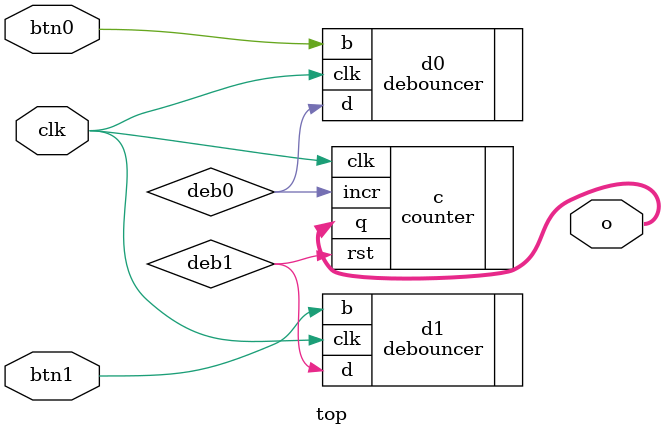
<source format=v>
`timescale 1ns / 1ps

module top (
    input btn0,
    btn1,
    clk,
    output [7:0] o
);

  wire deb0;
  wire deb1;

  debouncer d0 (
      .b  (btn0),
      .clk(clk),
      .d  (deb0)
  );
  debouncer d1 (
      .b  (btn1),
      .clk(clk),
      .d  (deb1)
  );
  counter c (
      .clk(clk),
      .incr(deb0),
      .rst(deb1),
      .q(o)
  );
endmodule

</source>
